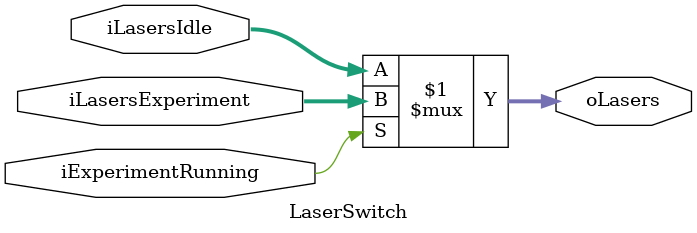
<source format=v>
module LaserSwitch ( 
							iExperimentRunning,
							iLasersExperiment,
							iLasersIdle,
							oLasers);
input iExperimentRunning;
input [9:0] iLasersExperiment;			
input [9:0] iLasersIdle;
output [9:0] oLasers;

assign oLasers = (iExperimentRunning) ? iLasersExperiment:
													iLasersIdle;

//could probably just use a multiplexer for this...							
							
endmodule

</source>
